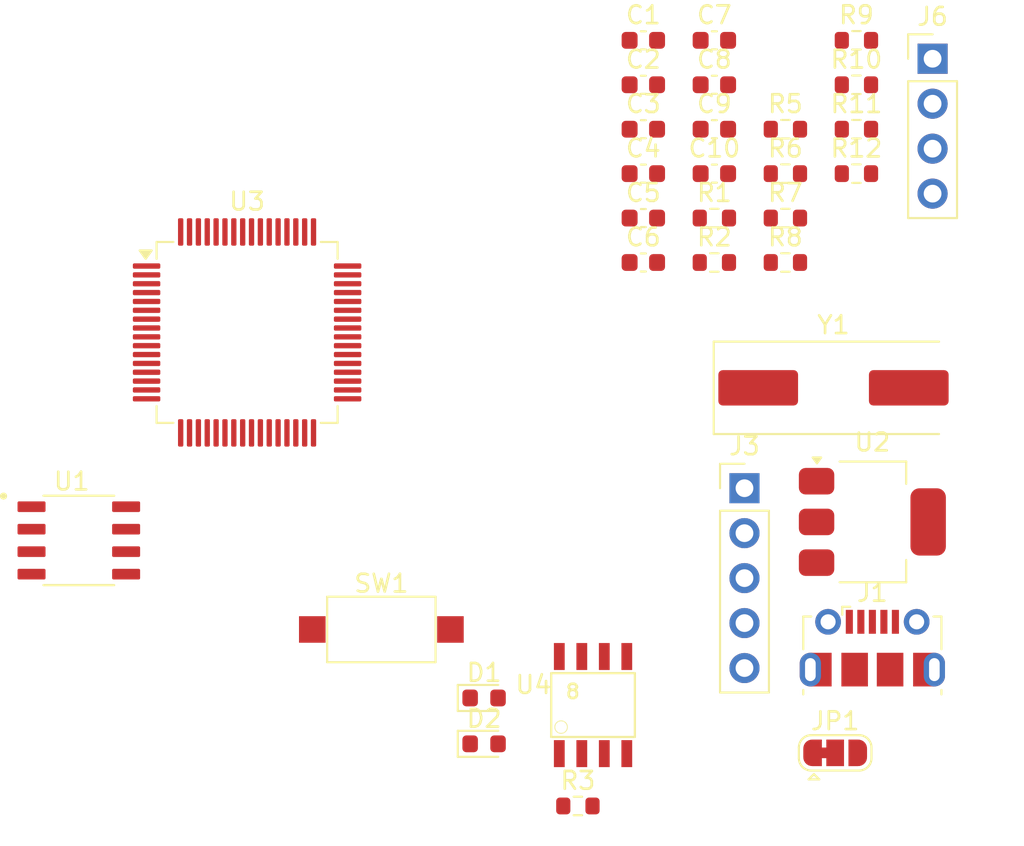
<source format=kicad_pcb>
(kicad_pcb (version 20241229) (generator "pcbnew") (generator_version "9.0")
  (layers (0 "F.Cu" signal) (2 "B.Cu" signal) (13 "F.Paste" user) (15 "B.Paste" user) (5 "F.SilkS" user "F.Silkscreen") (7 "B.SilkS" user "B.Silkscreen") (1 "F.Mask" user) (3 "B.Mask" user) (25 "Edge.Cuts" user))
  (net 0 "")
  (net 1 "GND")
  (net 2 "+5V")
  (net 3 "+3.3V")
  (net 4 "RESET")
  (net 5 "OSIN")
  (net 6 "OSOUT")
  (net 7 "Net-(D1-A)")
  (net 8 "Net-(D2-A)")
  (net 12 "SWCLK")
  (net 13 "Net-(J3-Pin_5)")
  (net 14 "SWDIO")
  (net 15 "SCLK")
  (net 16 "SCN")
  (net 17 "MOSI")
  (net 18 "INT")
  (net 19 "ETH_RST")
  (net 20 "MISO")
  (net 21 "Net-(U1-RS)")
  (net 22 "SDA")
  (net 23 "SCL")
  (net 24 "Net-(J4-Pin_1)")
  (net 25 "CAN_RX")
  (net 26 "CAN_TX")
  (net 27 "BOOT0")
  (net 28 "Net-(J2-Pin_2)")
  (net 29 "BOOT1")
  (net 30 "Net-(J2-Pin_5)")
  (net 31 "Net-(J4-Pin_2)")
  (net 32 "LED1")
  (net 33 "LED2")
  (footprint "Connector_USB:USB_Micro-B_Molex-105017-0001" (layer "F.Cu") (at 118.3 97.81)
    (property "Reference" "J1" (at 0 -3.1125 0) (layer "F.SilkS"))
    (property "Value" "USB_A")
    (fp_line (start -3.9 -1.7625) (end -3.45 -1.7625) (stroke (width 0.12)) (layer "F.SilkS"))
    (fp_line (start -3.9 0.0875) (end -3.9 -1.7625) (stroke (width 0.12)) (layer "F.SilkS"))
    (fp_line (start -3.9 2.6375) (end -3.9 2.3875) (stroke (width 0.12)) (layer "F.SilkS"))
    (fp_line (start -1.7 -2.3125) (end -1.7 -1.8625) (stroke (width 0.12)) (layer "F.SilkS"))
    (fp_line (start -1.7 -2.3125) (end -1.25 -2.3125) (stroke (width 0.12)) (layer "F.SilkS"))
    (fp_line (start 3.9 -1.7625) (end 3.45 -1.7625) (stroke (width 0.12)) (layer "F.SilkS"))
    (fp_line (start 3.9 0.0875) (end 3.9 -1.7625) (stroke (width 0.12)) (layer "F.SilkS"))
    (fp_line (start 3.9 2.6375) (end 3.9 2.3875) (stroke (width 0.12)) (layer "F.SilkS"))
    (pad "1" smd rect (at -1.3 -1.4625) (size 0.4 1.35) (layers "F.Cu" "F.Mask" "F.Paste") (net 2 "+5V"))
    (pad "2" smd rect (at -0.65 -1.4625) (size 0.4 1.35) (layers "F.Cu" "F.Mask" "F.Paste"))
    (pad "3" smd rect (at 0 -1.4625) (size 0.4 1.35) (layers "F.Cu" "F.Mask" "F.Paste"))
    (pad "4" smd rect (at 0.65 -1.4625) (size 0.4 1.35) (layers "F.Cu" "F.Mask" "F.Paste") (net 1 "GND"))
    (pad "5" smd rect (at 1.3 -1.4625) (size 0.4 1.35) (layers "F.Cu" "F.Mask" "F.Paste"))
    (pad "6" thru_hole oval (at -3.5 1.2375 180) (size 1.2 1.9) (drill oval 0.6 1.3) (property pad_prop_heatsink) (layers "*.Cu" "*.Mask"))
    (pad "6" smd rect (at -2.9 1.2375) (size 1.2 1.9) (layers "F.Cu" "F.Mask"))
    (pad "6" thru_hole circle (at -2.5 -1.4625) (size 1.45 1.45) (drill 0.85) (property pad_prop_heatsink) (layers "*.Cu" "*.Mask"))
    (pad "6" smd rect (at -1 1.2375) (size 1.5 1.9) (layers "F.Cu" "F.Mask" "F.Paste"))
    (pad "6" smd rect (at 1 1.2375) (size 1.5 1.9) (layers "F.Cu" "F.Mask" "F.Paste"))
    (pad "6" thru_hole circle (at 2.5 -1.4625) (size 1.45 1.45) (drill 0.85) (property pad_prop_heatsink) (layers "*.Cu" "*.Mask"))
    (pad "6" smd rect (at 2.9 1.2375) (size 1.2 1.9) (layers "F.Cu" "F.Mask"))
    (pad "6" thru_hole oval (at 3.5 1.2375) (size 1.2 1.9) (drill oval 0.6 1.3) (property pad_prop_heatsink) (layers "*.Cu" "*.Mask"))
  )
  (footprint "Resistor_SMD:R_0603_1608Metric" (layer "F.Cu") (at 109.38 76.05)
    (property "Reference" "R2" (at 0 -1.43 0) (layer "F.SilkS"))
    (property "Value" "100k")
    (fp_line (start -0.237258 -0.5225) (end 0.237258 -0.5225) (stroke (width 0.12)) (layer "F.SilkS"))
    (fp_line (start -0.237258 0.5225) (end 0.237258 0.5225) (stroke (width 0.12)) (layer "F.SilkS"))
    (pad "1" smd roundrect (at -0.825 0) (size 0.8 0.95) (layers "F.Cu" "F.Mask" "F.Paste") (net 30 "Net-(J2-Pin_5)"))
    (pad "2" smd roundrect (at 0.825 0) (size 0.8 0.95) (layers "F.Cu" "F.Mask" "F.Paste") (net 29 "BOOT1"))
  )
  (footprint "Resistor_SMD:R_0603_1608Metric" (layer "F.Cu") (at 117.4 63.5)
    (property "Reference" "R9" (at 0 -1.43 0) (layer "F.SilkS"))
    (property "Value" "10k")
    (fp_line (start -0.237258 -0.5225) (end 0.237258 -0.5225) (stroke (width 0.12)) (layer "F.SilkS"))
    (fp_line (start -0.237258 0.5225) (end 0.237258 0.5225) (stroke (width 0.12)) (layer "F.SilkS"))
    (pad "1" smd roundrect (at -0.825 0) (size 0.8 0.95) (layers "F.Cu" "F.Mask" "F.Paste") (net 33 "LED2"))
    (pad "2" smd roundrect (at 0.825 0) (size 0.8 0.95) (layers "F.Cu" "F.Mask" "F.Paste") (net 7 "Net-(D1-A)"))
  )
  (footprint "Resistor_SMD:R_0603_1608Metric" (layer "F.Cu") (at 113.39 76.05)
    (property "Reference" "R8" (at 0 -1.43 0) (layer "F.SilkS"))
    (property "Value" "10k")
    (fp_line (start -0.237258 -0.5225) (end 0.237258 -0.5225) (stroke (width 0.12)) (layer "F.SilkS"))
    (fp_line (start -0.237258 0.5225) (end 0.237258 0.5225) (stroke (width 0.12)) (layer "F.SilkS"))
    (pad "1" smd roundrect (at -0.825 0) (size 0.8 0.95) (layers "F.Cu" "F.Mask" "F.Paste") (net 32 "LED1"))
    (pad "2" smd roundrect (at 0.825 0) (size 0.8 0.95) (layers "F.Cu" "F.Mask" "F.Paste") (net 8 "Net-(D2-A)"))
  )
  (footprint "Resistor_SMD:R_0603_1608Metric" (layer "F.Cu") (at 117.4 66.01)
    (property "Reference" "R10" (at 0 -1.43 0) (layer "F.SilkS"))
    (property "Value" "10k")
    (fp_line (start -0.237258 -0.5225) (end 0.237258 -0.5225) (stroke (width 0.12)) (layer "F.SilkS"))
    (fp_line (start -0.237258 0.5225) (end 0.237258 0.5225) (stroke (width 0.12)) (layer "F.SilkS"))
    (pad "1" smd roundrect (at -0.825 0) (size 0.8 0.95) (layers "F.Cu" "F.Mask" "F.Paste") (net 3 "+3.3V"))
    (pad "2" smd roundrect (at 0.825 0) (size 0.8 0.95) (layers "F.Cu" "F.Mask" "F.Paste") (net 22 "SDA"))
  )
  (footprint "Button_Switch_SMD:SW_SPST_CK_RS282G05A3" (layer "F.Cu") (at 90.58 96.78)
    (property "Reference" "SW1" (at 0 -2.6 0) (layer "F.SilkS"))
    (property "Value" "SW_Push")
    (fp_line (start -3.06 -1.85) (end 3.06 -1.85) (stroke (width 0.12)) (layer "F.SilkS"))
    (fp_line (start -3.06 1.85) (end -3.06 -1.85) (stroke (width 0.12)) (layer "F.SilkS"))
    (fp_line (start 3.06 -1.85) (end 3.06 1.85) (stroke (width 0.12)) (layer "F.SilkS"))
    (fp_line (start 3.06 1.85) (end -3.06 1.85) (stroke (width 0.12)) (layer "F.SilkS"))
    (pad "1" smd rect (at -3.9 0) (size 1.5 1.5) (layers "F.Cu" "F.Mask" "F.Paste") (net 1 "GND"))
    (pad "2" smd rect (at 3.9 0) (size 1.5 1.5) (layers "F.Cu" "F.Mask" "F.Paste") (net 4 "RESET"))
  )
  (footprint "Capacitor_SMD:C_0603_1608Metric" (layer "F.Cu") (at 109.38 66.01)
    (property "Reference" "C8" (at 0 -1.43 0) (layer "F.SilkS"))
    (property "Value" "1u")
    (fp_line (start -0.14058 -0.51) (end 0.14058 -0.51) (stroke (width 0.12)) (layer "F.SilkS"))
    (fp_line (start -0.14058 0.51) (end 0.14058 0.51) (stroke (width 0.12)) (layer "F.SilkS"))
    (pad "1" smd roundrect (at -0.775 0) (size 0.9 0.95) (layers "F.Cu" "F.Mask" "F.Paste") (net 4 "RESET"))
    (pad "2" smd roundrect (at 0.775 0) (size 0.9 0.95) (layers "F.Cu" "F.Mask" "F.Paste") (net 1 "GND"))
  )
  (footprint "Capacitor_SMD:C_0603_1608Metric" (layer "F.Cu") (at 109.38 63.5)
    (property "Reference" "C7" (at 0 -1.43 0) (layer "F.SilkS"))
    (property "Value" "100n")
    (fp_line (start -0.14058 -0.51) (end 0.14058 -0.51) (stroke (width 0.12)) (layer "F.SilkS"))
    (fp_line (start -0.14058 0.51) (end 0.14058 0.51) (stroke (width 0.12)) (layer "F.SilkS"))
    (pad "1" smd roundrect (at -0.775 0) (size 0.9 0.95) (layers "F.Cu" "F.Mask" "F.Paste") (net 3 "+3.3V"))
    (pad "2" smd roundrect (at 0.775 0) (size 0.9 0.95) (layers "F.Cu" "F.Mask" "F.Paste") (net 1 "GND"))
  )
  (footprint "Jumper:SolderJumper-3_P1.3mm_Bridged12_RoundedPad1.0x1.5mm" (layer "F.Cu") (at 116.2 103.75)
    (property "Reference" "JP1" (at 0 -1.8 0) (layer "F.SilkS"))
    (property "Value" "SolderJumper_3_Bridged12")
    (fp_poly (pts (xy -0.9 -0.3) (xy -0.4 -0.3) (xy -0.4 0.3) (xy -0.9 0.3)) (fill yes) (layer "F.Cu"))
    (fp_line (start -2.05 0.3) (end -2.05 -0.3) (stroke (width 0.12)) (layer "F.SilkS"))
    (fp_line (start -1.5 1.5) (end -0.9 1.5) (stroke (width 0.12)) (layer "F.SilkS"))
    (fp_line (start -1.4 -1) (end 1.4 -1) (stroke (width 0.12)) (layer "F.SilkS"))
    (fp_line (start -1.2 1.2) (end -1.5 1.5) (stroke (width 0.12)) (layer "F.SilkS"))
    (fp_line (start -1.2 1.2) (end -0.9 1.5) (stroke (width 0.12)) (layer "F.SilkS"))
    (fp_line (start 1.4 1) (end -1.4 1) (stroke (width 0.12)) (layer "F.SilkS"))
    (fp_line (start 2.05 -0.3) (end 2.05 0.3) (stroke (width 0.12)) (layer "F.SilkS"))
    (fp_arc (start -2.05 -0.3) (mid -1.844975 -0.794975) (end -1.35 -1) (stroke (width 0.12)) (layer "F.SilkS"))
    (fp_arc (start -1.35 1) (mid -1.844975 0.794975) (end -2.05 0.3) (stroke (width 0.12)) (layer "F.SilkS"))
    (fp_arc (start 1.35 -1) (mid 1.844975 -0.794975) (end 2.05 -0.3) (stroke (width 0.12)) (layer "F.SilkS"))
    (fp_arc (start 2.05 0.3) (mid 1.844975 0.794975) (end 1.35 1) (stroke (width 0.12)) (layer "F.SilkS"))
    (pad "1" smd custom (at -1.3 0) (size 1 0.5) (layers "F.Cu" "F.Mask") (net 3 "+3.3V") (options (clearance outline) (anchor rect)) (primitives (gr_circle (center 0 0.25) (end 0.5 0.25) (width 0) (fill yes)) (gr_circle (center 0 -0.25) (end 0.5 -0.25) (width 0) (fill yes)) (gr_poly (pts (xy 0.55 0.75) (xy 0 0.75) (xy 0 -0.75) (xy 0.55 -0.75)) (width 0) (fill yes))))
    (pad "2" smd rect (at 0 0) (size 1 1.5) (layers "F.Cu" "F.Mask") (net 13 "Net-(J3-Pin_5)"))
    (pad "3" smd custom (at 1.3 0) (size 1 0.5) (layers "F.Cu" "F.Mask") (net 2 "+5V") (options (clearance outline) (anchor rect)) (primitives (gr_circle (center 0 0.25) (end 0.5 0.25) (width 0) (fill yes)) (gr_circle (center 0 -0.25) (end 0.5 -0.25) (width 0) (fill yes)) (gr_poly (pts (xy 0 0.75) (xy -0.55 0.75) (xy -0.55 -0.75) (xy 0 -0.75)) (width 0) (fill yes))))
  )
  (footprint "Resistor_SMD:R_0603_1608Metric" (layer "F.Cu") (at 109.38 73.54)
    (property "Reference" "R1" (at 0 -1.43 0) (layer "F.SilkS"))
    (property "Value" "100k")
    (fp_line (start -0.237258 -0.5225) (end 0.237258 -0.5225) (stroke (width 0.12)) (layer "F.SilkS"))
    (fp_line (start -0.237258 0.5225) (end 0.237258 0.5225) (stroke (width 0.12)) (layer "F.SilkS"))
    (pad "1" smd roundrect (at -0.825 0) (size 0.8 0.95) (layers "F.Cu" "F.Mask" "F.Paste") (net 27 "BOOT0"))
    (pad "2" smd roundrect (at 0.825 0) (size 0.8 0.95) (layers "F.Cu" "F.Mask" "F.Paste") (net 28 "Net-(J2-Pin_2)"))
  )
  (footprint "Capacitor_SMD:C_0603_1608Metric" (layer "F.Cu") (at 109.38 71.03)
    (property "Reference" "C10" (at 0 -1.43 0) (layer "F.SilkS"))
    (property "Value" "20p")
    (fp_line (start -0.14058 -0.51) (end 0.14058 -0.51) (stroke (width 0.12)) (layer "F.SilkS"))
    (fp_line (start -0.14058 0.51) (end 0.14058 0.51) (stroke (width 0.12)) (layer "F.SilkS"))
    (pad "1" smd roundrect (at -0.775 0) (size 0.9 0.95) (layers "F.Cu" "F.Mask" "F.Paste") (net 6 "OSOUT"))
    (pad "2" smd roundrect (at 0.775 0) (size 0.9 0.95) (layers "F.Cu" "F.Mask" "F.Paste") (net 1 "GND"))
  )
  (footprint "Capacitor_SMD:C_0603_1608Metric" (layer "F.Cu") (at 105.37 63.5)
    (property "Reference" "C1" (at 0 -1.43 0) (layer "F.SilkS"))
    (property "Value" "C_Small")
    (fp_line (start -0.14058 -0.51) (end 0.14058 -0.51) (stroke (width 0.12)) (layer "F.SilkS"))
    (fp_line (start -0.14058 0.51) (end 0.14058 0.51) (stroke (width 0.12)) (layer "F.SilkS"))
    (pad "1" smd roundrect (at -0.775 0) (size 0.9 0.95) (layers "F.Cu" "F.Mask" "F.Paste") (net 2 "+5V"))
    (pad "2" smd roundrect (at 0.775 0) (size 0.9 0.95) (layers "F.Cu" "F.Mask" "F.Paste") (net 1 "GND"))
  )
  (footprint "Resistor_SMD:R_0603_1608Metric" (layer "F.Cu") (at 113.39 71.03)
    (property "Reference" "R6" (at 0 -1.43 0) (layer "F.SilkS"))
    (property "Value" "10k")
    (fp_line (start -0.237258 -0.5225) (end 0.237258 -0.5225) (stroke (width 0.12)) (layer "F.SilkS"))
    (fp_line (start -0.237258 0.5225) (end 0.237258 0.5225) (stroke (width 0.12)) (layer "F.SilkS"))
    (pad "1" smd roundrect (at -0.825 0) (size 0.8 0.95) (layers "F.Cu" "F.Mask" "F.Paste") (net 14 "SWDIO"))
    (pad "2" smd roundrect (at 0.825 0) (size 0.8 0.95) (layers "F.Cu" "F.Mask" "F.Paste") (net 1 "GND"))
  )
  (footprint "Diode_SMD:D_0603_1608Metric" (layer "F.Cu") (at 96.38 100.65)
    (property "Reference" "D1" (at 0 -1.43 0) (layer "F.SilkS"))
    (property "Value" "LED")
    (fp_line (start -1.485 -0.735) (end -1.485 0.735) (stroke (width 0.12)) (layer "F.SilkS"))
    (fp_line (start -1.485 0.735) (end 0.8 0.735) (stroke (width 0.12)) (layer "F.SilkS"))
    (fp_line (start 0.8 -0.735) (end -1.485 -0.735) (stroke (width 0.12)) (layer "F.SilkS"))
    (pad "1" smd roundrect (at -0.7875 0) (size 0.875 0.95) (layers "F.Cu" "F.Mask" "F.Paste") (net 1 "GND"))
    (pad "2" smd roundrect (at 0.7875 0) (size 0.875 0.95) (layers "F.Cu" "F.Mask" "F.Paste") (net 7 "Net-(D1-A)"))
  )
  (footprint "MCP2551-I_SN:SOIC127P599X175-8N" (layer "F.Cu") (at 73.5 91.75)
    (property "Reference" "U1" (at -0.4 -3.337 0) (layer "F.SilkS"))
    (property "Value" "MCP2551-I_SN")
    (fp_line (start -1.995 -2.525) (end 1.995 -2.525) (stroke (width 0.127)) (layer "F.SilkS"))
    (fp_line (start -1.995 2.525) (end 1.995 2.525) (stroke (width 0.127)) (layer "F.SilkS"))
    (fp_circle (center -4.25 -2.505) (end -4.15 -2.505) (stroke (width 0.2)) (fill no) (layer "F.SilkS"))
    (pad "1" smd roundrect (at -2.67 -1.905) (size 1.58 0.6) (layers "F.Cu" "F.Mask" "F.Paste") (roundrect_rratio 0.125) (net 26 "CAN_TX"))
    (pad "2" smd roundrect (at -2.67 -0.635) (size 1.58 0.6) (layers "F.Cu" "F.Mask" "F.Paste") (roundrect_rratio 0.125) (net 1 "GND"))
    (pad "3" smd roundrect (at -2.67 0.635) (size 1.58 0.6) (layers "F.Cu" "F.Mask" "F.Paste") (roundrect_rratio 0.125) (net 3 "+3.3V"))
    (pad "4" smd roundrect (at -2.67 1.905) (size 1.58 0.6) (layers "F.Cu" "F.Mask" "F.Paste") (roundrect_rratio 0.125) (net 25 "CAN_RX"))
    (pad "5" smd roundrect (at 2.67 1.905) (size 1.58 0.6) (layers "F.Cu" "F.Mask" "F.Paste") (roundrect_rratio 0.125))
    (pad "6" smd roundrect (at 2.67 0.635) (size 1.58 0.6) (layers "F.Cu" "F.Mask" "F.Paste") (roundrect_rratio 0.125) (net 31 "Net-(J4-Pin_2)"))
    (pad "7" smd roundrect (at 2.67 -0.635) (size 1.58 0.6) (layers "F.Cu" "F.Mask" "F.Paste") (roundrect_rratio 0.125) (net 24 "Net-(J4-Pin_1)"))
    (pad "8" smd roundrect (at 2.67 -1.905) (size 1.58 0.6) (layers "F.Cu" "F.Mask" "F.Paste") (roundrect_rratio 0.125) (net 21 "Net-(U1-RS)"))
  )
  (footprint "Diode_SMD:D_0603_1608Metric" (layer "F.Cu") (at 96.38 103.24)
    (property "Reference" "D2" (at 0 -1.43 0) (layer "F.SilkS"))
    (property "Value" "LED")
    (fp_line (start -1.485 -0.735) (end -1.485 0.735) (stroke (width 0.12)) (layer "F.SilkS"))
    (fp_line (start -1.485 0.735) (end 0.8 0.735) (stroke (width 0.12)) (layer "F.SilkS"))
    (fp_line (start 0.8 -0.735) (end -1.485 -0.735) (stroke (width 0.12)) (layer "F.SilkS"))
    (pad "1" smd roundrect (at -0.7875 0) (size 0.875 0.95) (layers "F.Cu" "F.Mask" "F.Paste") (net 1 "GND"))
    (pad "2" smd roundrect (at 0.7875 0) (size 0.875 0.95) (layers "F.Cu" "F.Mask" "F.Paste") (net 8 "Net-(D2-A)"))
  )
  (footprint "Crystal:Crystal_SMD_HC49-SD" (layer "F.Cu") (at 116.105 83.13)
    (property "Reference" "Y1" (at 0 -3.55 0) (layer "F.SilkS"))
    (property "Value" "Crystal")
    (fp_line (start -6.76 -2.61) (end -6.76 2.61) (stroke (width 0.12)) (layer "F.SilkS"))
    (fp_line (start -6.76 2.61) (end 5.96 2.61) (stroke (width 0.12)) (layer "F.SilkS"))
    (fp_line (start 5.96 -2.61) (end -6.76 -2.61) (stroke (width 0.12)) (layer "F.SilkS"))
    (pad "1" smd roundrect (at -4.25 0) (size 4.5 2) (layers "F.Cu" "F.Mask" "F.Paste") (roundrect_rratio 0.125) (net 6 "OSOUT"))
    (pad "2" smd roundrect (at 4.25 0) (size 4.5 2) (layers "F.Cu" "F.Mask" "F.Paste") (roundrect_rratio 0.125) (net 5 "OSIN"))
  )
  (footprint "Package_QFP:LQFP-64_10x10mm_P0.5mm" (layer "F.Cu") (at 83 80)
    (property "Reference" "U3" (at 0 -7.4 0) (layer "F.SilkS"))
    (property "Value" "STM32F107RBTx")
    (fp_line (start -5.11 -5.11) (end -5.11 -4.16) (stroke (width 0.12)) (layer "F.SilkS"))
    (fp_line (start -5.11 5.11) (end -5.11 4.16) (stroke (width 0.12)) (layer "F.SilkS"))
    (fp_line (start -4.16 -5.11) (end -5.11 -5.11) (stroke (width 0.12)) (layer "F.SilkS"))
    (fp_line (start -4.16 5.11) (end -5.11 5.11) (stroke (width 0.12)) (layer "F.SilkS"))
    (fp_line (start 4.16 -5.11) (end 5.11 -5.11) (stroke (width 0.12)) (layer "F.SilkS"))
    (fp_line (start 4.16 5.11) (end 5.11 5.11) (stroke (width 0.12)) (layer "F.SilkS"))
    (fp_line (start 5.11 -5.11) (end 5.11 -4.16) (stroke (width 0.12)) (layer "F.SilkS"))
    (fp_line (start 5.11 5.11) (end 5.11 4.16) (stroke (width 0.12)) (layer "F.SilkS"))
    (fp_poly (pts (xy -5.725 -4.16) (xy -6.065 -4.63) (xy -5.385 -4.63)) (stroke (width 0.12)) (fill yes) (layer "F.SilkS"))
    (pad "1" smd roundrect (at -5.675 -3.75) (size 1.55 0.3) (layers "F.Cu" "F.Mask" "F.Paste") (net 3 "+3.3V"))
    (pad "2" smd roundrect (at -5.675 -3.25) (size 1.55 0.3) (layers "F.Cu" "F.Mask" "F.Paste"))
    (pad "3" smd roundrect (at -5.675 -2.75) (size 1.55 0.3) (layers "F.Cu" "F.Mask" "F.Paste"))
    (pad "4" smd roundrect (at -5.675 -2.25) (size 1.55 0.3) (layers "F.Cu" "F.Mask" "F.Paste"))
    (pad "5" smd roundrect (at -5.675 -1.75) (size 1.55 0.3) (layers "F.Cu" "F.Mask" "F.Paste") (net 5 "OSIN"))
    (pad "6" smd roundrect (at -5.675 -1.25) (size 1.55 0.3) (layers "F.Cu" "F.Mask" "F.Paste") (net 6 "OSOUT"))
    (pad "7" smd roundrect (at -5.675 -0.75) (size 1.55 0.3) (layers "F.Cu" "F.Mask" "F.Paste") (net 4 "RESET"))
    (pad "8" smd roundrect (at -5.675 -0.25) (size 1.55 0.3) (layers "F.Cu" "F.Mask" "F.Paste"))
    (pad "9" smd roundrect (at -5.675 0.25) (size 1.55 0.3) (layers "F.Cu" "F.Mask" "F.Paste"))
    (pad "10" smd roundrect (at -5.675 0.75) (size 1.55 0.3) (layers "F.Cu" "F.Mask" "F.Paste"))
    (pad "11" smd roundrect (at -5.675 1.25) (size 1.55 0.3) (layers "F.Cu" "F.Mask" "F.Paste"))
    (pad "12" smd roundrect (at -5.675 1.75) (size 1.55 0.3) (layers "F.Cu" "F.Mask" "F.Paste") (net 1 "GND"))
    (pad "13" smd roundrect (at -5.675 2.25) (size 1.55 0.3) (layers "F.Cu" "F.Mask" "F.Paste") (net 3 "+3.3V"))
    (pad "14" smd roundrect (at -5.675 2.75) (size 1.55 0.3) (layers "F.Cu" "F.Mask" "F.Paste"))
    (pad "15" smd roundrect (at -5.675 3.25) (size 1.55 0.3) (layers "F.Cu" "F.Mask" "F.Paste") (net 32 "LED1"))
    (pad "16" smd roundrect (at -5.675 3.75) (size 1.55 0.3) (layers "F.Cu" "F.Mask" "F.Paste") (net 33 "LED2"))
    (pad "17" smd roundrect (at -3.75 5.675) (size 0.3 1.55) (layers "F.Cu" "F.Mask" "F.Paste"))
    (pad "18" smd roundrect (at -3.25 5.675) (size 0.3 1.55) (layers "F.Cu" "F.Mask" "F.Paste") (net 1 "GND"))
    (pad "19" smd roundrect (at -2.75 5.675) (size 0.3 1.55) (layers "F.Cu" "F.Mask" "F.Paste") (net 3 "+3.3V"))
    (pad "20" smd roundrect (at -2.25 5.675) (size 0.3 1.55) (layers "F.Cu" "F.Mask" "F.Paste") (net 16 "SCN"))
    (pad "21" smd roundrect (at -1.75 5.675) (size 0.3 1.55) (layers "F.Cu" "F.Mask" "F.Paste") (net 15 "SCLK"))
    (pad "22" smd roundrect (at -1.25 5.675) (size 0.3 1.55) (layers "F.Cu" "F.Mask" "F.Paste") (net 20 "MISO"))
    (pad "23" smd roundrect (at -0.75 5.675) (size 0.3 1.55) (layers "F.Cu" "F.Mask" "F.Paste") (net 17 "MOSI"))
    (pad "24" smd roundrect (at -0.25 5.675) (size 0.3 1.55) (layers "F.Cu" "F.Mask" "F.Paste"))
    (pad "25" smd roundrect (at 0.25 5.675) (size 0.3 1.55) (layers "F.Cu" "F.Mask" "F.Paste"))
    (pad "26" smd roundrect (at 0.75 5.675) (size 0.3 1.55) (layers "F.Cu" "F.Mask" "F.Paste") (net 18 "INT"))
    (pad "27" smd roundrect (at 1.25 5.675) (size 0.3 1.55) (layers "F.Cu" "F.Mask" "F.Paste"))
    (pad "28" smd roundrect (at 1.75 5.675) (size 0.3 1.55) (layers "F.Cu" "F.Mask" "F.Paste") (net 29 "BOOT1"))
    (pad "29" smd roundrect (at 2.25 5.675) (size 0.3 1.55) (layers "F.Cu" "F.Mask" "F.Paste"))
    (pad "30" smd roundrect (at 2.75 5.675) (size 0.3 1.55) (layers "F.Cu" "F.Mask" "F.Paste"))
    (pad "31" smd roundrect (at 3.25 5.675) (size 0.3 1.55) (layers "F.Cu" "F.Mask" "F.Paste") (net 1 "GND"))
    (pad "32" smd roundrect (at 3.75 5.675) (size 0.3 1.55) (layers "F.Cu" "F.Mask" "F.Paste") (net 3 "+3.3V"))
    (pad "33" smd roundrect (at 5.675 3.75) (size 1.55 0.3) (layers "F.Cu" "F.Mask" "F.Paste"))
    (pad "34" smd roundrect (at 5.675 3.25) (size 1.55 0.3) (layers "F.Cu" "F.Mask" "F.Paste"))
    (pad "35" smd roundrect (at 5.675 2.75) (size 1.55 0.3) (layers "F.Cu" "F.Mask" "F.Paste"))
    (pad "36" smd roundrect (at 5.675 2.25) (size 1.55 0.3) (layers "F.Cu" "F.Mask" "F.Paste"))
    (pad "37" smd roundrect (at 5.675 1.75) (size 1.55 0.3) (layers "F.Cu" "F.Mask" "F.Paste"))
    (pad "38" smd roundrect (at 5.675 1.25) (size 1.55 0.3) (layers "F.Cu" "F.Mask" "F.Paste"))
    (pad "39" smd roundrect (at 5.675 0.75) (size 1.55 0.3) (layers "F.Cu" "F.Mask" "F.Paste"))
    (pad "40" smd roundrect (at 5.675 0.25) (size 1.55 0.3) (layers "F.Cu" "F.Mask" "F.Paste"))
    (pad "41" smd roundrect (at 5.675 -0.25) (size 1.55 0.3) (layers "F.Cu" "F.Mask" "F.Paste") (net 19 "ETH_RST"))
    (pad "42" smd roundrect (at 5.675 -0.75) (size 1.55 0.3) (layers "F.Cu" "F.Mask" "F.Paste"))
    (pad "43" smd roundrect (at 5.675 -1.25) (size 1.55 0.3) (layers "F.Cu" "F.Mask" "F.Paste"))
    (pad "44" smd roundrect (at 5.675 -1.75) (size 1.55 0.3) (layers "F.Cu" "F.Mask" "F.Paste") (net 25 "CAN_RX"))
    (pad "45" smd roundrect (at 5.675 -2.25) (size 1.55 0.3) (layers "F.Cu" "F.Mask" "F.Paste") (net 26 "CAN_TX"))
    (pad "46" smd roundrect (at 5.675 -2.75) (size 1.55 0.3) (layers "F.Cu" "F.Mask" "F.Paste") (net 14 "SWDIO"))
    (pad "47" smd roundrect (at 5.675 -3.25) (size 1.55 0.3) (layers "F.Cu" "F.Mask" "F.Paste") (net 1 "GND"))
    (pad "48" smd roundrect (at 5.675 -3.75) (size 1.55 0.3) (layers "F.Cu" "F.Mask" "F.Paste") (net 3 "+3.3V"))
    (pad "49" smd roundrect (at 3.75 -5.675) (size 0.3 1.55) (layers "F.Cu" "F.Mask" "F.Paste") (net 12 "SWCLK"))
    (pad "50" smd roundrect (at 3.25 -5.675) (size 0.3 1.55) (layers "F.Cu" "F.Mask" "F.Paste"))
    (pad "51" smd roundrect (at 2.75 -5.675) (size 0.3 1.55) (layers "F.Cu" "F.Mask" "F.Paste"))
    (pad "52" smd roundrect (at 2.25 -5.675) (size 0.3 1.55) (layers "F.Cu" "F.Mask" "F.Paste"))
    (pad "53" smd roundrect (at 1.75 -5.675) (size 0.3 1.55) (layers "F.Cu" "F.Mask" "F.Paste"))
    (pad "54" smd roundrect (at 1.25 -5.675) (size 0.3 1.55) (layers "F.Cu" "F.Mask" "F.Paste"))
    (pad "55" smd roundrect (at 0.75 -5.675) (size 0.3 1.55) (layers "F.Cu" "F.Mask" "F.Paste"))
    (pad "56" smd roundrect (at 0.25 -5.675) (size 0.3 1.55) (layers "F.Cu" "F.Mask" "F.Paste"))
    (pad "57" smd roundrect (at -0.25 -5.675) (size 0.3 1.55) (layers "F.Cu" "F.Mask" "F.Paste"))
    (pad "58" smd roundrect (at -0.75 -5.675) (size 0.3 1.55) (layers "F.Cu" "F.Mask" "F.Paste") (net 23 "SCL"))
    (pad "59" smd roundrect (at -1.25 -5.675) (size 0.3 1.55) (layers "F.Cu" "F.Mask" "F.Paste") (net 22 "SDA"))
    (pad "60" smd roundrect (at -1.75 -5.675) (size 0.3 1.55) (layers "F.Cu" "F.Mask" "F.Paste") (net 27 "BOOT0"))
    (pad "61" smd roundrect (at -2.25 -5.675) (size 0.3 1.55) (layers "F.Cu" "F.Mask" "F.Paste"))
    (pad "62" smd roundrect (at -2.75 -5.675) (size 0.3 1.55) (layers "F.Cu" "F.Mask" "F.Paste"))
    (pad "63" smd roundrect (at -3.25 -5.675) (size 0.3 1.55) (layers "F.Cu" "F.Mask" "F.Paste") (net 1 "GND"))
    (pad "64" smd roundrect (at -3.75 -5.675) (size 0.3 1.55) (layers "F.Cu" "F.Mask" "F.Paste") (net 3 "+3.3V"))
  )
  (footprint "Capacitor_SMD:C_0603_1608Metric" (layer "F.Cu") (at 105.37 76.05)
    (property "Reference" "C6" (at 0 -1.43 0) (layer "F.SilkS"))
    (property "Value" "100n")
    (fp_line (start -0.14058 -0.51) (end 0.14058 -0.51) (stroke (width 0.12)) (layer "F.SilkS"))
    (fp_line (start -0.14058 0.51) (end 0.14058 0.51) (stroke (width 0.12)) (layer "F.SilkS"))
    (pad "1" smd roundrect (at -0.775 0) (size 0.9 0.95) (layers "F.Cu" "F.Mask" "F.Paste") (net 3 "+3.3V"))
    (pad "2" smd roundrect (at 0.775 0) (size 0.9 0.95) (layers "F.Cu" "F.Mask" "F.Paste") (net 1 "GND"))
  )
  (footprint "Connector_PinHeader_2.54mm:PinHeader_1x04_P2.54mm_Vertical" (layer "F.Cu") (at 121.7 64.54)
    (property "Reference" "J6" (at 0 -2.38 0) (layer "F.SilkS"))
    (property "Value" "Conn_01x04")
    (fp_line (start -1.38 -1.38) (end 0 -1.38) (stroke (width 0.12)) (layer "F.SilkS"))
    (fp_line (start -1.38 0) (end -1.38 -1.38) (stroke (width 0.12)) (layer "F.SilkS"))
    (fp_line (start -1.38 1.27) (end -1.38 9) (stroke (width 0.12)) (layer "F.SilkS"))
    (fp_line (start -1.38 1.27) (end 1.38 1.27) (stroke (width 0.12)) (layer "F.SilkS"))
    (fp_line (start -1.38 9) (end 1.38 9) (stroke (width 0.12)) (layer "F.SilkS"))
    (fp_line (start 1.38 1.27) (end 1.38 9) (stroke (width 0.12)) (layer "F.SilkS"))
    (pad "1" thru_hole rect (at 0 0) (size 1.7 1.7) (drill 1) (layers "*.Cu" "*.Mask") (net 22 "SDA"))
    (pad "2" thru_hole circle (at 0 2.54) (size 1.7 1.7) (drill 1) (layers "*.Cu" "*.Mask") (net 23 "SCL"))
    (pad "3" thru_hole circle (at 0 5.08) (size 1.7 1.7) (drill 1) (layers "*.Cu" "*.Mask") (net 2 "+5V"))
    (pad "4" thru_hole circle (at 0 7.62) (size 1.7 1.7) (drill 1) (layers "*.Cu" "*.Mask") (net 1 "GND"))
  )
  (footprint "Capacitor_SMD:C_0603_1608Metric" (layer "F.Cu") (at 105.37 71.03)
    (property "Reference" "C4" (at 0 -1.43 0) (layer "F.SilkS"))
    (property "Value" "100n")
    (fp_line (start -0.14058 -0.51) (end 0.14058 -0.51) (stroke (width 0.12)) (layer "F.SilkS"))
    (fp_line (start -0.14058 0.51) (end 0.14058 0.51) (stroke (width 0.12)) (layer "F.SilkS"))
    (pad "1" smd roundrect (at -0.775 0) (size 0.9 0.95) (layers "F.Cu" "F.Mask" "F.Paste") (net 3 "+3.3V"))
    (pad "2" smd roundrect (at 0.775 0) (size 0.9 0.95) (layers "F.Cu" "F.Mask" "F.Paste") (net 1 "GND"))
  )
  (footprint "Resistor_SMD:R_0603_1608Metric" (layer "F.Cu") (at 117.4 71.03)
    (property "Reference" "R12" (at 0 -1.43 0) (layer "F.SilkS"))
    (property "Value" "1M")
    (fp_line (start -0.237258 -0.5225) (end 0.237258 -0.5225) (stroke (width 0.12)) (layer "F.SilkS"))
    (fp_line (start -0.237258 0.5225) (end 0.237258 0.5225) (stroke (width 0.12)) (layer "F.SilkS"))
    (pad "1" smd roundrect (at -0.825 0) (size 0.8 0.95) (layers "F.Cu" "F.Mask" "F.Paste") (net 5 "OSIN"))
    (pad "2" smd roundrect (at 0.825 0) (size 0.8 0.95) (layers "F.Cu" "F.Mask" "F.Paste") (net 6 "OSOUT"))
  )
  (footprint "Connector_PinHeader_2.54mm:PinHeader_1x05_P2.54mm_Vertical" (layer "F.Cu") (at 111.08 88.8)
    (property "Reference" "J3" (at 0 -2.38 0) (layer "F.SilkS"))
    (property "Value" "SWD")
    (fp_line (start -1.38 -1.38) (end 0 -1.38) (stroke (width 0.12)) (layer "F.SilkS"))
    (fp_line (start -1.38 0) (end -1.38 -1.38) (stroke (width 0.12)) (layer "F.SilkS"))
    (fp_line (start -1.38 1.27) (end -1.38 11.54) (stroke (width 0.12)) (layer "F.SilkS"))
    (fp_line (start -1.38 1.27) (end 1.38 1.27) (stroke (width 0.12)) (layer "F.SilkS"))
    (fp_line (start -1.38 11.54) (end 1.38 11.54) (stroke (width 0.12)) (layer "F.SilkS"))
    (fp_line (start 1.38 1.27) (end 1.38 11.54) (stroke (width 0.12)) (layer "F.SilkS"))
    (pad "1" thru_hole rect (at 0 0) (size 1.7 1.7) (drill 1) (layers "*.Cu" "*.Mask") (net 1 "GND"))
    (pad "2" thru_hole circle (at 0 2.54) (size 1.7 1.7) (drill 1) (layers "*.Cu" "*.Mask") (net 4 "RESET"))
    (pad "3" thru_hole circle (at 0 5.08) (size 1.7 1.7) (drill 1) (layers "*.Cu" "*.Mask") (net 12 "SWCLK"))
    (pad "4" thru_hole circle (at 0 7.62) (size 1.7 1.7) (drill 1) (layers "*.Cu" "*.Mask") (net 14 "SWDIO"))
    (pad "5" thru_hole circle (at 0 10.16) (size 1.7 1.7) (drill 1) (layers "*.Cu" "*.Mask") (net 13 "Net-(J3-Pin_5)"))
  )
  (footprint "Capacitor_SMD:C_0603_1608Metric" (layer "F.Cu") (at 105.37 68.52)
    (property "Reference" "C3" (at 0 -1.43 0) (layer "F.SilkS"))
    (property "Value" "C_Small")
    (fp_line (start -0.14058 -0.51) (end 0.14058 -0.51) (stroke (width 0.12)) (layer "F.SilkS"))
    (fp_line (start -0.14058 0.51) (end 0.14058 0.51) (stroke (width 0.12)) (layer "F.SilkS"))
    (pad "1" smd roundrect (at -0.775 0) (size 0.9 0.95) (layers "F.Cu" "F.Mask" "F.Paste") (net 3 "+3.3V"))
    (pad "2" smd roundrect (at 0.775 0) (size 0.9 0.95) (layers "F.Cu" "F.Mask" "F.Paste") (net 1 "GND"))
  )
  (footprint "Capacitor_SMD:C_0603_1608Metric" (layer "F.Cu") (at 105.37 73.54)
    (property "Reference" "C5" (at 0 -1.43 0) (layer "F.SilkS"))
    (property "Value" "100n")
    (fp_line (start -0.14058 -0.51) (end 0.14058 -0.51) (stroke (width 0.12)) (layer "F.SilkS"))
    (fp_line (start -0.14058 0.51) (end 0.14058 0.51) (stroke (width 0.12)) (layer "F.SilkS"))
    (pad "1" smd roundrect (at -0.775 0) (size 0.9 0.95) (layers "F.Cu" "F.Mask" "F.Paste") (net 3 "+3.3V"))
    (pad "2" smd roundrect (at 0.775 0) (size 0.9 0.95) (layers "F.Cu" "F.Mask" "F.Paste") (net 1 "GND"))
  )
  (footprint "TJA1020:SO8" (layer "F.Cu") (at 101.8957 101.0502)
    (property "Reference" "U4" (at -2.7336 -1.14429 180) (layer "F.SilkS") (effects (font (size 1.001134 1.001134))))
    (property "Value" "TJA1020")
    (fp_line (start -1.7272 -1.8034) (end -1.7272 1.8034) (stroke (width 0.127)) (layer "F.SilkS"))
    (fp_line (start -1.7272 1.8034) (end 2.9972 1.8034) (stroke (width 0.127)) (layer "F.SilkS"))
    (fp_line (start 2.9972 -1.8034) (end -1.7272 -1.8034) (stroke (width 0.127)) (layer "F.SilkS"))
    (fp_line (start 2.9972 1.8034) (end 2.9972 -1.8034) (stroke (width 0.127)) (layer "F.SilkS"))
    (fp_circle (center -1.1684 1.2446) (end -0.8128 1.2446) (stroke (width 0.0508)) (fill no) (layer "F.SilkS"))
    (fp_text user "8" (at -0.50874 -0.76311 0) (layer "F.SilkS") (effects (font (size 0.801165 0.801165))))
    (pad "1" smd rect (at -1.27 2.7432) (size 0.6096 1.524) (layers "F.Cu" "F.Mask" "F.Paste"))
    (pad "2" smd rect (at 0 2.7432) (size 0.6096 1.524) (layers "F.Cu" "F.Mask" "F.Paste"))
    (pad "3" smd rect (at 1.27 2.7432) (size 0.6096 1.524) (layers "F.Cu" "F.Mask" "F.Paste"))
    (pad "4" smd rect (at 2.54 2.7432) (size 0.6096 1.524) (layers "F.Cu" "F.Mask" "F.Paste"))
    (pad "5" smd rect (at 2.54 -2.7432) (size 0.6096 1.524) (layers "F.Cu" "F.Mask" "F.Paste"))
    (pad "6" smd rect (at 1.27 -2.7432) (size 0.6096 1.524) (layers "F.Cu" "F.Mask" "F.Paste"))
    (pad "7" smd rect (at 0 -2.7432) (size 0.6096 1.524) (layers "F.Cu" "F.Mask" "F.Paste"))
    (pad "8" smd rect (at -1.27 -2.7432) (size 0.6096 1.524) (layers "F.Cu" "F.Mask" "F.Paste"))
  )
  (footprint "Resistor_SMD:R_0603_1608Metric" (layer "F.Cu") (at 117.4 68.52)
    (property "Reference" "R11" (at 0 -1.43 0) (layer "F.SilkS"))
    (property "Value" "10k")
    (fp_line (start -0.237258 -0.5225) (end 0.237258 -0.5225) (stroke (width 0.12)) (layer "F.SilkS"))
    (fp_line (start -0.237258 0.5225) (end 0.237258 0.5225) (stroke (width 0.12)) (layer "F.SilkS"))
    (pad "1" smd roundrect (at -0.825 0) (size 0.8 0.95) (layers "F.Cu" "F.Mask" "F.Paste") (net 23 "SCL"))
    (pad "2" smd roundrect (at 0.825 0) (size 0.8 0.95) (layers "F.Cu" "F.Mask" "F.Paste") (net 3 "+3.3V"))
  )
  (footprint "Package_TO_SOT_SMD:SOT-223-3_TabPin2" (layer "F.Cu") (at 118.3 90.705)
    (property "Reference" "U2" (at 0 -4.5 0) (layer "F.SilkS"))
    (property "Value" "LM317_SOT-223-3.3V")
    (fp_line (start -1.85 -3.41) (end 1.91 -3.41) (stroke (width 0.12)) (layer "F.SilkS"))
    (fp_line (start -1.85 3.41) (end 1.91 3.41) (stroke (width 0.12)) (layer "F.SilkS"))
    (fp_line (start 1.91 -3.41) (end 1.91 -2.15) (stroke (width 0.12)) (layer "F.SilkS"))
    (fp_line (start 1.91 3.41) (end 1.91 2.15) (stroke (width 0.12)) (layer "F.SilkS"))
    (fp_poly (pts (xy -3.13 -3.31) (xy -3.37 -3.64) (xy -2.89 -3.64) (xy -3.13 -3.31)) (stroke (width 0.12)) (fill yes) (layer "F.SilkS"))
    (pad "1" smd roundrect (at -3.15 -2.3) (size 2 1.5) (layers "F.Cu" "F.Mask" "F.Paste") (net 1 "GND"))
    (pad "2" smd roundrect (at -3.15 0) (size 2 1.5) (layers "F.Cu" "F.Mask" "F.Paste") (net 3 "+3.3V"))
    (pad "2" smd roundrect (at 3.15 0) (size 2 3.8) (layers "F.Cu" "F.Mask" "F.Paste") (net 3 "+3.3V"))
    (pad "3" smd roundrect (at -3.15 2.3) (size 2 1.5) (layers "F.Cu" "F.Mask" "F.Paste") (net 2 "+5V"))
  )
  (footprint "Capacitor_SMD:C_0603_1608Metric" (layer "F.Cu") (at 109.38 68.52)
    (property "Reference" "C9" (at 0 -1.43 0) (layer "F.SilkS"))
    (property "Value" "20p")
    (fp_line (start -0.14058 -0.51) (end 0.14058 -0.51) (stroke (width 0.12)) (layer "F.SilkS"))
    (fp_line (start -0.14058 0.51) (end 0.14058 0.51) (stroke (width 0.12)) (layer "F.SilkS"))
    (pad "1" smd roundrect (at -0.775 0) (size 0.9 0.95) (layers "F.Cu" "F.Mask" "F.Paste") (net 5 "OSIN"))
    (pad "2" smd roundrect (at 0.775 0) (size 0.9 0.95) (layers "F.Cu" "F.Mask" "F.Paste") (net 1 "GND"))
  )
  (footprint "Resistor_SMD:R_0603_1608Metric" (layer "F.Cu") (at 113.39 73.54)
    (property "Reference" "R7" (at 0 -1.43 0) (layer "F.SilkS"))
    (property "Value" "10k")
    (fp_line (start -0.237258 -0.5225) (end 0.237258 -0.5225) (stroke (width 0.12)) (layer "F.SilkS"))
    (fp_line (start -0.237258 0.5225) (end 0.237258 0.5225) (stroke (width 0.12)) (layer "F.SilkS"))
    (pad "1" smd roundrect (at -0.825 0) (size 0.8 0.95) (layers "F.Cu" "F.Mask" "F.Paste") (net 3 "+3.3V"))
    (pad "2" smd roundrect (at 0.825 0) (size 0.8 0.95) (layers "F.Cu" "F.Mask" "F.Paste") (net 12 "SWCLK"))
  )
  (footprint "Resistor_SMD:R_0603_1608Metric" (layer "F.Cu") (at 113.39 68.52)
    (property "Reference" "R5" (at 0 -1.43 0) (layer "F.SilkS"))
    (property "Value" "10k")
    (fp_line (start -0.237258 -0.5225) (end 0.237258 -0.5225) (stroke (width 0.12)) (layer "F.SilkS"))
    (fp_line (start -0.237258 0.5225) (end 0.237258 0.5225) (stroke (width 0.12)) (layer "F.SilkS"))
    (pad "1" smd roundrect (at -0.825 0) (size 0.8 0.95) (layers "F.Cu" "F.Mask" "F.Paste") (net 3 "+3.3V"))
    (pad "2" smd roundrect (at 0.825 0) (size 0.8 0.95) (layers "F.Cu" "F.Mask" "F.Paste") (net 4 "RESET"))
  )
  (footprint "Resistor_SMD:R_0603_1608Metric" (layer "F.Cu") (at 101.675 106.75)
    (property "Reference" "R3" (at 0 -1.43 0) (layer "F.SilkS"))
    (property "Value" "100k")
    (fp_line (start -0.237258 -0.5225) (end 0.237258 -0.5225) (stroke (width 0.12)) (layer "F.SilkS"))
    (fp_line (start -0.237258 0.5225) (end 0.237258 0.5225) (stroke (width 0.12)) (layer "F.SilkS"))
    (pad "1" smd roundrect (at -0.825 0) (size 0.8 0.95) (layers "F.Cu" "F.Mask" "F.Paste") (net 21 "Net-(U1-RS)"))
    (pad "2" smd roundrect (at 0.825 0) (size 0.8 0.95) (layers "F.Cu" "F.Mask" "F.Paste") (net 1 "GND"))
  )
  (footprint "Capacitor_SMD:C_0603_1608Metric" (layer "F.Cu") (at 105.37 66.01)
    (property "Reference" "C2" (at 0 -1.43 0) (layer "F.SilkS"))
    (property "Value" "C_Small")
    (fp_line (start -0.14058 -0.51) (end 0.14058 -0.51) (stroke (width 0.12)) (layer "F.SilkS"))
    (fp_line (start -0.14058 0.51) (end 0.14058 0.51) (stroke (width 0.12)) (layer "F.SilkS"))
    (pad "1" smd roundrect (at -0.775 0) (size 0.9 0.95) (layers "F.Cu" "F.Mask" "F.Paste") (net 3 "+3.3V"))
    (pad "2" smd roundrect (at 0.775 0) (size 0.9 0.95) (layers "F.Cu" "F.Mask" "F.Paste") (net 1 "GND"))
  )
)
</source>
